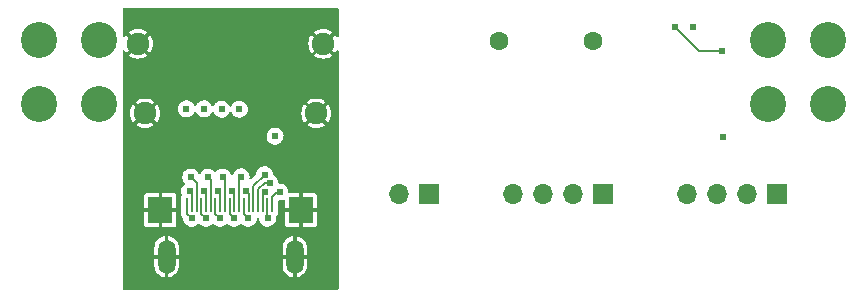
<source format=gbr>
%TF.GenerationSoftware,KiCad,Pcbnew,(6.0.2)*%
%TF.CreationDate,2022-03-04T15:26:31-05:00*%
%TF.ProjectId,Amiga500 Mod PCB Rev A,416d6967-6135-4303-9020-4d6f64205043,rev?*%
%TF.SameCoordinates,Original*%
%TF.FileFunction,Copper,L4,Bot*%
%TF.FilePolarity,Positive*%
%FSLAX46Y46*%
G04 Gerber Fmt 4.6, Leading zero omitted, Abs format (unit mm)*
G04 Created by KiCad (PCBNEW (6.0.2)) date 2022-03-04 15:26:31*
%MOMM*%
%LPD*%
G01*
G04 APERTURE LIST*
%TA.AperFunction,ComponentPad*%
%ADD10C,1.600000*%
%TD*%
%TA.AperFunction,ComponentPad*%
%ADD11C,1.900000*%
%TD*%
%TA.AperFunction,ComponentPad*%
%ADD12C,3.048000*%
%TD*%
%TA.AperFunction,ComponentPad*%
%ADD13R,1.700000X1.700000*%
%TD*%
%TA.AperFunction,ComponentPad*%
%ADD14O,1.700000X1.700000*%
%TD*%
%TA.AperFunction,SMDPad,CuDef*%
%ADD15R,0.220000X1.250000*%
%TD*%
%TA.AperFunction,SMDPad,CuDef*%
%ADD16R,2.100000X2.300000*%
%TD*%
%TA.AperFunction,ComponentPad*%
%ADD17O,1.450000X2.900000*%
%TD*%
%TA.AperFunction,ViaPad*%
%ADD18C,0.609600*%
%TD*%
%TA.AperFunction,Conductor*%
%ADD19C,0.203200*%
%TD*%
%TA.AperFunction,Conductor*%
%ADD20C,0.200000*%
%TD*%
G04 APERTURE END LIST*
D10*
%TO.P,SW2,6*%
%TO.N,N/C*%
X106506000Y-59182000D03*
%TO.P,SW2,5*%
X114506000Y-59182000D03*
%TD*%
D11*
%TO.P,J1,S1,S1*%
%TO.N,GNDREF*%
X76570000Y-65335000D03*
%TO.P,J1,S2,S2*%
X75970000Y-59435000D03*
%TO.P,J1,S3,S3*%
X91670000Y-59435000D03*
%TO.P,J1,S4,S4*%
X91070000Y-65335000D03*
%TD*%
D12*
%TO.P,J7,1,Pin_1*%
%TO.N,unconnected-(J7-Pad1)*%
X134366000Y-59097700D03*
%TO.P,J7,2,Pin_2*%
%TO.N,unconnected-(J7-Pad2)*%
X129286000Y-59097700D03*
%TO.P,J7,3,Pin_3*%
%TO.N,unconnected-(J7-Pad3)*%
X129286000Y-64533300D03*
%TO.P,J7,4,Pin_4*%
%TO.N,unconnected-(J7-Pad4)*%
X134366000Y-64533300D03*
%TD*%
%TO.P,J6,1,Pin_1*%
%TO.N,unconnected-(J6-Pad1)*%
X72644000Y-59097700D03*
%TO.P,J6,2,Pin_2*%
%TO.N,unconnected-(J6-Pad2)*%
X67564000Y-59097700D03*
%TO.P,J6,3,Pin_3*%
%TO.N,unconnected-(J6-Pad3)*%
X67564000Y-64533300D03*
%TO.P,J6,4,Pin_4*%
%TO.N,unconnected-(J6-Pad4)*%
X72644000Y-64533300D03*
%TD*%
D13*
%TO.P,J3,1,Pin_1*%
%TO.N,Net-(J3-Pad1)*%
X100589004Y-72136000D03*
D14*
%TO.P,J3,2,Pin_2*%
%TO.N,Net-(J3-Pad2)*%
X98049000Y-72136000D03*
%TD*%
D13*
%TO.P,J5,1,Pin_1*%
%TO.N,Net-(J5-Pad1)*%
X130038000Y-72136000D03*
D14*
%TO.P,J5,2,Pin_2*%
%TO.N,Net-(J5-Pad2)*%
X127498000Y-72136000D03*
%TO.P,J5,3,Pin_3*%
%TO.N,Net-(J5-Pad3)*%
X124958000Y-72136000D03*
%TO.P,J5,4,Pin_4*%
%TO.N,Net-(J5-Pad4)*%
X122418000Y-72136000D03*
%TD*%
D13*
%TO.P,J4,1,Pin_1*%
%TO.N,Net-(J4-Pad1)*%
X115306000Y-72136000D03*
D14*
%TO.P,J4,2,Pin_2*%
%TO.N,Net-(J4-Pad2)*%
X112766000Y-72136000D03*
%TO.P,J4,3,Pin_3*%
%TO.N,Net-(J4-Pad3)*%
X110226000Y-72136000D03*
%TO.P,J4,4,Pin_4*%
%TO.N,Net-(J4-Pad4)*%
X107686000Y-72136000D03*
%TD*%
D15*
%TO.P,J2,1,1*%
%TO.N,/TMDS Data2 shield*%
X80135000Y-73095000D03*
%TO.P,J2,2,2*%
%TO.N,/TMDS_Data2+*%
X80535000Y-73095000D03*
%TO.P,J2,3,3*%
%TO.N,/TMDS_Data2-*%
X80935000Y-73095000D03*
%TO.P,J2,4,4*%
%TO.N,/TMDS Data1 shield*%
X81335000Y-73095000D03*
%TO.P,J2,5,5*%
%TO.N,/TMDS Data1+*%
X81735000Y-73095000D03*
%TO.P,J2,6,6*%
%TO.N,/TMDS Data1-*%
X82135000Y-73095000D03*
%TO.P,J2,7,7*%
%TO.N,/TMDS Data0 shield*%
X82535000Y-73095000D03*
%TO.P,J2,8,8*%
%TO.N,/TMDS Data0+*%
X82935000Y-73095000D03*
%TO.P,J2,9,9*%
%TO.N,/TMDS Data0-*%
X83335000Y-73095000D03*
%TO.P,J2,10,10*%
%TO.N,/TMDS Clock shield*%
X83735000Y-73095000D03*
%TO.P,J2,11,11*%
%TO.N,/TMDS Clock+*%
X84135000Y-73095000D03*
%TO.P,J2,12,12*%
%TO.N,/TMDS Clock-*%
X84535000Y-73095000D03*
%TO.P,J2,13,13*%
%TO.N,/CEC Ground*%
X84935000Y-73095000D03*
%TO.P,J2,14,14*%
%TO.N,/CEC*%
X85335000Y-73095000D03*
%TO.P,J2,15,15*%
%TO.N,/SCL*%
X85735000Y-73095000D03*
%TO.P,J2,16,16*%
%TO.N,/SDA*%
X86135000Y-73095000D03*
%TO.P,J2,17,17*%
%TO.N,/HEAC+*%
X86535000Y-73095000D03*
%TO.P,J2,18,18*%
%TO.N,/+5V Power*%
X86935000Y-73095000D03*
%TO.P,J2,19,19*%
%TO.N,/Plug Detect*%
X87335000Y-73095000D03*
D16*
%TO.P,J2,S1,SHIELD*%
%TO.N,GNDREF*%
X89770000Y-73520000D03*
%TO.P,J2,S2,SHIELD*%
X77870000Y-73520000D03*
D17*
%TO.P,J2,S3,SHIELD*%
X89245000Y-77470000D03*
%TO.P,J2,S4,SHIELD*%
X78395000Y-77470000D03*
%TD*%
D18*
%TO.N,Net-(J5-Pad4)*%
X125425200Y-60071000D03*
X121412000Y-58039000D03*
X125476000Y-67310000D03*
%TO.N,Net-(J5-Pad1)*%
X122936000Y-58039000D03*
%TO.N,/Plug Detect*%
X87986678Y-71984678D03*
%TO.N,/+5V Power*%
X86944200Y-74218800D03*
%TO.N,/HEAC+*%
X86741000Y-71983600D03*
%TO.N,/SDA*%
X87122000Y-71196200D03*
%TO.N,/SCL*%
X86690200Y-70510400D03*
%TO.N,/CEC*%
X85115400Y-71932800D03*
%TO.N,/CEC Ground*%
X85318600Y-74218800D03*
X87579189Y-67265782D03*
%TO.N,/TMDS Clock-*%
X84709000Y-70688200D03*
%TO.N,/TMDS Clock+*%
X83921600Y-71932800D03*
%TO.N,/TMDS Clock shield*%
X84124800Y-74218800D03*
X84556600Y-64973200D03*
%TO.N,/TMDS Data0-*%
X83134200Y-70713600D03*
%TO.N,/TMDS Data0+*%
X82727800Y-71932800D03*
%TO.N,/TMDS Data0 shield*%
X82931000Y-74218800D03*
X83058000Y-64973200D03*
%TO.N,/TMDS Data1-*%
X81915000Y-70739000D03*
%TO.N,/TMDS Data1+*%
X81534000Y-71932800D03*
%TO.N,/TMDS Data1 shield*%
X81737200Y-74218800D03*
X81559400Y-64947800D03*
%TO.N,/TMDS Data2 shield*%
X80518000Y-74218800D03*
X80060800Y-64947800D03*
%TO.N,/TMDS_Data2+*%
X80340200Y-71932800D03*
%TO.N,/TMDS_Data2-*%
X80441800Y-70713600D03*
%TD*%
D19*
%TO.N,/+5V Power*%
X86935000Y-74209600D02*
X86935000Y-73095000D01*
X86944200Y-74218800D02*
X86935000Y-74209600D01*
%TO.N,/CEC Ground*%
X84935000Y-73835200D02*
X84935000Y-73095000D01*
X85318600Y-74218800D02*
X84935000Y-73835200D01*
%TO.N,/TMDS Clock shield*%
X83735000Y-73829000D02*
X83735000Y-73095000D01*
X84124800Y-74218800D02*
X83735000Y-73829000D01*
%TO.N,/TMDS Data0 shield*%
X82535000Y-73822800D02*
X82535000Y-73095000D01*
X82931000Y-74218800D02*
X82535000Y-73822800D01*
%TO.N,/TMDS Data1 shield*%
X81335000Y-73816600D02*
X81335000Y-73095000D01*
X81737200Y-74218800D02*
X81335000Y-73816600D01*
%TO.N,/TMDS Data2 shield*%
X80135000Y-73835800D02*
X80135000Y-73095000D01*
X80518000Y-74218800D02*
X80135000Y-73835800D01*
%TO.N,Net-(J5-Pad4)*%
X125425200Y-60071000D02*
X123444000Y-60071000D01*
X123444000Y-60071000D02*
X121412000Y-58039000D01*
%TO.N,/Plug Detect*%
X87986678Y-71984678D02*
X87755922Y-71984678D01*
X87755922Y-71984678D02*
X87335000Y-72405600D01*
X87335000Y-72405600D02*
X87335000Y-73095000D01*
%TO.N,/SCL*%
X86690200Y-70510400D02*
X85735000Y-71465600D01*
X85735000Y-71465600D02*
X85735000Y-73095000D01*
%TO.N,/HEAC+*%
X86535000Y-72189600D02*
X86535000Y-73095000D01*
X86741000Y-71983600D02*
X86535000Y-72189600D01*
%TO.N,/SDA*%
X86135000Y-71749228D02*
X86135000Y-73095000D01*
X87122000Y-71196200D02*
X86688028Y-71196200D01*
X86688028Y-71196200D02*
X86135000Y-71749228D01*
%TO.N,/CEC*%
X85335000Y-72152400D02*
X85115400Y-71932800D01*
X85335000Y-73095000D02*
X85335000Y-72152400D01*
D20*
%TO.N,/TMDS Clock-*%
X84535000Y-70862200D02*
X84535000Y-73095000D01*
X84709000Y-70688200D02*
X84535000Y-70862200D01*
%TO.N,/TMDS Clock+*%
X84135000Y-72146200D02*
X83921600Y-71932800D01*
X84135000Y-73095000D02*
X84135000Y-72146200D01*
D19*
%TO.N,/TMDS_Data2+*%
X80340200Y-71932800D02*
X80535000Y-72127600D01*
X80535000Y-72127600D02*
X80535000Y-73095000D01*
%TO.N,/TMDS_Data2-*%
X80935000Y-71206800D02*
X80935000Y-73095000D01*
X80441800Y-70713600D02*
X80935000Y-71206800D01*
D20*
%TO.N,/TMDS Data1-*%
X81915000Y-70739000D02*
X82135000Y-70959000D01*
X82135000Y-70959000D02*
X82135000Y-73095000D01*
%TO.N,/TMDS Data0-*%
X83335000Y-70914400D02*
X83134200Y-70713600D01*
X83335000Y-73095000D02*
X83335000Y-70914400D01*
%TO.N,/TMDS Data0+*%
X82935000Y-72140000D02*
X82727800Y-71932800D01*
X82935000Y-73095000D02*
X82935000Y-72140000D01*
%TO.N,/TMDS Data1+*%
X81735000Y-72133800D02*
X81735000Y-73095000D01*
X81534000Y-71932800D02*
X81735000Y-72133800D01*
%TD*%
%TA.AperFunction,Conductor*%
%TO.N,GNDREF*%
G36*
X92922531Y-56407213D02*
G01*
X92959076Y-56457513D01*
X92964000Y-56488600D01*
X92964000Y-58787104D01*
X92944787Y-58846235D01*
X92894487Y-58882780D01*
X92832313Y-58882780D01*
X92782013Y-58846235D01*
X92772226Y-58829620D01*
X92762699Y-58809190D01*
X92758321Y-58801607D01*
X92668865Y-58673850D01*
X92658043Y-58665695D01*
X92657401Y-58665683D01*
X92650991Y-58669535D01*
X91896794Y-59423732D01*
X91890639Y-59435811D01*
X91891449Y-59440923D01*
X92648459Y-60197933D01*
X92660538Y-60204088D01*
X92661170Y-60203988D01*
X92666811Y-60199084D01*
X92758321Y-60068393D01*
X92762699Y-60060810D01*
X92772226Y-60040380D01*
X92814628Y-59994909D01*
X92875660Y-59983046D01*
X92932009Y-60009322D01*
X92962152Y-60063701D01*
X92964000Y-60082896D01*
X92964000Y-80163400D01*
X92944787Y-80222531D01*
X92894487Y-80259076D01*
X92863400Y-80264000D01*
X74776600Y-80264000D01*
X74717469Y-80244787D01*
X74680924Y-80194487D01*
X74676000Y-80163400D01*
X74676000Y-78243362D01*
X77365200Y-78243362D01*
X77365440Y-78248267D01*
X77379444Y-78391098D01*
X77381346Y-78400698D01*
X77436870Y-78584606D01*
X77440609Y-78593677D01*
X77530796Y-78763294D01*
X77536215Y-78771451D01*
X77657641Y-78920334D01*
X77664536Y-78927278D01*
X77812569Y-79049740D01*
X77820681Y-79055212D01*
X77989682Y-79146591D01*
X77998702Y-79150382D01*
X78182229Y-79207193D01*
X78191820Y-79209162D01*
X78226753Y-79212834D01*
X78240013Y-79210015D01*
X78241705Y-79208136D01*
X78242600Y-79203924D01*
X78242600Y-79199298D01*
X78547400Y-79199298D01*
X78551588Y-79212188D01*
X78553941Y-79213897D01*
X78557576Y-79214305D01*
X78583999Y-79211900D01*
X78593619Y-79210065D01*
X78777918Y-79155823D01*
X78786995Y-79152156D01*
X78957251Y-79063147D01*
X78965441Y-79057788D01*
X79115167Y-78937406D01*
X79122163Y-78930554D01*
X79245646Y-78783392D01*
X79251186Y-78775302D01*
X79343734Y-78606958D01*
X79347595Y-78597951D01*
X79405683Y-78414835D01*
X79407720Y-78405250D01*
X79424487Y-78255766D01*
X79424800Y-78250164D01*
X79424800Y-78243362D01*
X88215200Y-78243362D01*
X88215440Y-78248267D01*
X88229444Y-78391098D01*
X88231346Y-78400698D01*
X88286870Y-78584606D01*
X88290609Y-78593677D01*
X88380796Y-78763294D01*
X88386215Y-78771451D01*
X88507641Y-78920334D01*
X88514536Y-78927278D01*
X88662569Y-79049740D01*
X88670681Y-79055212D01*
X88839682Y-79146591D01*
X88848702Y-79150382D01*
X89032229Y-79207193D01*
X89041820Y-79209162D01*
X89076753Y-79212834D01*
X89090013Y-79210015D01*
X89091705Y-79208136D01*
X89092600Y-79203924D01*
X89092600Y-79199298D01*
X89397400Y-79199298D01*
X89401588Y-79212188D01*
X89403941Y-79213897D01*
X89407576Y-79214305D01*
X89433999Y-79211900D01*
X89443619Y-79210065D01*
X89627918Y-79155823D01*
X89636995Y-79152156D01*
X89807251Y-79063147D01*
X89815441Y-79057788D01*
X89965167Y-78937406D01*
X89972163Y-78930554D01*
X90095646Y-78783392D01*
X90101186Y-78775302D01*
X90193734Y-78606958D01*
X90197595Y-78597951D01*
X90255683Y-78414835D01*
X90257720Y-78405250D01*
X90274487Y-78255766D01*
X90274800Y-78250164D01*
X90274800Y-77638333D01*
X90270612Y-77625443D01*
X90266423Y-77622400D01*
X89413333Y-77622400D01*
X89400443Y-77626588D01*
X89397400Y-77630777D01*
X89397400Y-79199298D01*
X89092600Y-79199298D01*
X89092600Y-77638333D01*
X89088412Y-77625443D01*
X89084223Y-77622400D01*
X88231133Y-77622400D01*
X88218243Y-77626588D01*
X88215200Y-77630777D01*
X88215200Y-78243362D01*
X79424800Y-78243362D01*
X79424800Y-77638333D01*
X79420612Y-77625443D01*
X79416423Y-77622400D01*
X78563333Y-77622400D01*
X78550443Y-77626588D01*
X78547400Y-77630777D01*
X78547400Y-79199298D01*
X78242600Y-79199298D01*
X78242600Y-77638333D01*
X78238412Y-77625443D01*
X78234223Y-77622400D01*
X77381133Y-77622400D01*
X77368243Y-77626588D01*
X77365200Y-77630777D01*
X77365200Y-78243362D01*
X74676000Y-78243362D01*
X74676000Y-77301667D01*
X77365200Y-77301667D01*
X77369388Y-77314557D01*
X77373577Y-77317600D01*
X78226667Y-77317600D01*
X78239557Y-77313412D01*
X78242600Y-77309223D01*
X78242600Y-77301667D01*
X78547400Y-77301667D01*
X78551588Y-77314557D01*
X78555777Y-77317600D01*
X79408867Y-77317600D01*
X79421757Y-77313412D01*
X79424800Y-77309223D01*
X79424800Y-77301667D01*
X88215200Y-77301667D01*
X88219388Y-77314557D01*
X88223577Y-77317600D01*
X89076667Y-77317600D01*
X89089557Y-77313412D01*
X89092600Y-77309223D01*
X89092600Y-77301667D01*
X89397400Y-77301667D01*
X89401588Y-77314557D01*
X89405777Y-77317600D01*
X90258867Y-77317600D01*
X90271757Y-77313412D01*
X90274800Y-77309223D01*
X90274800Y-76696638D01*
X90274560Y-76691733D01*
X90260556Y-76548902D01*
X90258654Y-76539302D01*
X90203130Y-76355394D01*
X90199391Y-76346323D01*
X90109204Y-76176706D01*
X90103785Y-76168549D01*
X89982359Y-76019666D01*
X89975464Y-76012722D01*
X89827431Y-75890260D01*
X89819319Y-75884788D01*
X89650318Y-75793409D01*
X89641298Y-75789618D01*
X89457771Y-75732807D01*
X89448180Y-75730838D01*
X89413247Y-75727166D01*
X89399987Y-75729985D01*
X89398295Y-75731864D01*
X89397400Y-75736076D01*
X89397400Y-77301667D01*
X89092600Y-77301667D01*
X89092600Y-75740702D01*
X89088412Y-75727812D01*
X89086059Y-75726103D01*
X89082424Y-75725695D01*
X89056001Y-75728100D01*
X89046381Y-75729935D01*
X88862082Y-75784177D01*
X88853005Y-75787844D01*
X88682749Y-75876853D01*
X88674559Y-75882212D01*
X88524833Y-76002594D01*
X88517837Y-76009446D01*
X88394354Y-76156608D01*
X88388814Y-76164698D01*
X88296266Y-76333042D01*
X88292405Y-76342049D01*
X88234317Y-76525165D01*
X88232280Y-76534750D01*
X88215513Y-76684234D01*
X88215200Y-76689836D01*
X88215200Y-77301667D01*
X79424800Y-77301667D01*
X79424800Y-76696638D01*
X79424560Y-76691733D01*
X79410556Y-76548902D01*
X79408654Y-76539302D01*
X79353130Y-76355394D01*
X79349391Y-76346323D01*
X79259204Y-76176706D01*
X79253785Y-76168549D01*
X79132359Y-76019666D01*
X79125464Y-76012722D01*
X78977431Y-75890260D01*
X78969319Y-75884788D01*
X78800318Y-75793409D01*
X78791298Y-75789618D01*
X78607771Y-75732807D01*
X78598180Y-75730838D01*
X78563247Y-75727166D01*
X78549987Y-75729985D01*
X78548295Y-75731864D01*
X78547400Y-75736076D01*
X78547400Y-77301667D01*
X78242600Y-77301667D01*
X78242600Y-75740702D01*
X78238412Y-75727812D01*
X78236059Y-75726103D01*
X78232424Y-75725695D01*
X78206001Y-75728100D01*
X78196381Y-75729935D01*
X78012082Y-75784177D01*
X78003005Y-75787844D01*
X77832749Y-75876853D01*
X77824559Y-75882212D01*
X77674833Y-76002594D01*
X77667837Y-76009446D01*
X77544354Y-76156608D01*
X77538814Y-76164698D01*
X77446266Y-76333042D01*
X77442405Y-76342049D01*
X77384317Y-76525165D01*
X77382280Y-76534750D01*
X77365513Y-76684234D01*
X77365200Y-76689836D01*
X77365200Y-77301667D01*
X74676000Y-77301667D01*
X74676000Y-74712297D01*
X76515200Y-74712297D01*
X76515553Y-74718257D01*
X76517470Y-74734361D01*
X76521428Y-74748762D01*
X76560684Y-74837141D01*
X76571028Y-74852193D01*
X76638241Y-74919289D01*
X76653312Y-74929607D01*
X76741747Y-74968704D01*
X76756179Y-74972639D01*
X76771805Y-74974461D01*
X76777642Y-74974800D01*
X77701667Y-74974800D01*
X77714557Y-74970612D01*
X77717600Y-74966423D01*
X77717600Y-74958867D01*
X78022400Y-74958867D01*
X78026588Y-74971757D01*
X78030777Y-74974800D01*
X78962297Y-74974800D01*
X78968257Y-74974447D01*
X78984361Y-74972530D01*
X78998762Y-74968572D01*
X79087141Y-74929316D01*
X79102193Y-74918972D01*
X79169289Y-74851759D01*
X79179607Y-74836688D01*
X79218704Y-74748253D01*
X79222639Y-74733821D01*
X79224461Y-74718195D01*
X79224800Y-74712358D01*
X79224800Y-73752024D01*
X79618100Y-73752024D01*
X79622372Y-73778998D01*
X79622965Y-73794428D01*
X79622926Y-73794600D01*
X79623045Y-73796514D01*
X79626307Y-73849098D01*
X79626500Y-73855327D01*
X79626500Y-73872313D01*
X79627008Y-73875860D01*
X79627008Y-73875862D01*
X79628127Y-73883674D01*
X79628949Y-73891699D01*
X79631945Y-73939977D01*
X79634378Y-73946715D01*
X79634378Y-73946717D01*
X79635482Y-73949774D01*
X79640443Y-73969672D01*
X79641920Y-73979987D01*
X79644888Y-73986514D01*
X79661938Y-74024013D01*
X79664981Y-74031489D01*
X79681404Y-74076981D01*
X79685631Y-74082768D01*
X79685632Y-74082769D01*
X79687552Y-74085398D01*
X79697896Y-74103099D01*
X79699241Y-74106058D01*
X79699243Y-74106061D01*
X79702208Y-74112582D01*
X79706885Y-74118010D01*
X79733785Y-74149230D01*
X79738800Y-74155546D01*
X79747425Y-74167352D01*
X79759071Y-74178998D01*
X79764136Y-74184453D01*
X79782790Y-74206102D01*
X79806570Y-74260729D01*
X79819349Y-74376477D01*
X79820015Y-74382511D01*
X79822097Y-74388201D01*
X79822098Y-74388204D01*
X79825810Y-74398346D01*
X79879213Y-74544278D01*
X79975290Y-74687255D01*
X80102698Y-74803187D01*
X80254082Y-74885382D01*
X80259952Y-74886922D01*
X80414835Y-74927555D01*
X80414836Y-74927555D01*
X80420702Y-74929094D01*
X80504278Y-74930407D01*
X80586876Y-74931705D01*
X80586878Y-74931705D01*
X80592939Y-74931800D01*
X80598850Y-74930446D01*
X80598852Y-74930446D01*
X80754940Y-74894697D01*
X80754943Y-74894696D01*
X80760850Y-74893343D01*
X80914741Y-74815944D01*
X80919353Y-74812005D01*
X80919356Y-74812003D01*
X81041116Y-74708010D01*
X81045728Y-74704071D01*
X81049266Y-74699147D01*
X81053374Y-74694680D01*
X81055554Y-74696685D01*
X81096134Y-74666920D01*
X81158307Y-74666638D01*
X81195360Y-74688047D01*
X81317414Y-74799107D01*
X81321898Y-74803187D01*
X81473282Y-74885382D01*
X81479152Y-74886922D01*
X81634035Y-74927555D01*
X81634036Y-74927555D01*
X81639902Y-74929094D01*
X81723478Y-74930407D01*
X81806076Y-74931705D01*
X81806078Y-74931705D01*
X81812139Y-74931800D01*
X81818050Y-74930446D01*
X81818052Y-74930446D01*
X81974140Y-74894697D01*
X81974143Y-74894696D01*
X81980050Y-74893343D01*
X82133941Y-74815944D01*
X82138553Y-74812005D01*
X82138556Y-74812003D01*
X82213197Y-74748253D01*
X82264928Y-74704071D01*
X82265412Y-74704638D01*
X82315439Y-74676453D01*
X82377201Y-74683602D01*
X82403024Y-74700662D01*
X82511214Y-74799107D01*
X82515698Y-74803187D01*
X82667082Y-74885382D01*
X82672952Y-74886922D01*
X82827835Y-74927555D01*
X82827836Y-74927555D01*
X82833702Y-74929094D01*
X82917278Y-74930407D01*
X82999876Y-74931705D01*
X82999878Y-74931705D01*
X83005939Y-74931800D01*
X83011850Y-74930446D01*
X83011852Y-74930446D01*
X83167940Y-74894697D01*
X83167943Y-74894696D01*
X83173850Y-74893343D01*
X83327741Y-74815944D01*
X83332353Y-74812005D01*
X83332356Y-74812003D01*
X83406997Y-74748253D01*
X83458728Y-74704071D01*
X83459212Y-74704638D01*
X83509239Y-74676453D01*
X83571001Y-74683602D01*
X83596824Y-74700662D01*
X83705014Y-74799107D01*
X83709498Y-74803187D01*
X83860882Y-74885382D01*
X83866752Y-74886922D01*
X84021635Y-74927555D01*
X84021636Y-74927555D01*
X84027502Y-74929094D01*
X84111078Y-74930407D01*
X84193676Y-74931705D01*
X84193678Y-74931705D01*
X84199739Y-74931800D01*
X84205650Y-74930446D01*
X84205652Y-74930446D01*
X84361740Y-74894697D01*
X84361743Y-74894696D01*
X84367650Y-74893343D01*
X84521541Y-74815944D01*
X84526153Y-74812005D01*
X84526156Y-74812003D01*
X84600797Y-74748253D01*
X84652528Y-74704071D01*
X84653012Y-74704638D01*
X84703039Y-74676453D01*
X84764801Y-74683602D01*
X84790624Y-74700662D01*
X84898814Y-74799107D01*
X84903298Y-74803187D01*
X85054682Y-74885382D01*
X85060552Y-74886922D01*
X85215435Y-74927555D01*
X85215436Y-74927555D01*
X85221302Y-74929094D01*
X85304878Y-74930407D01*
X85387476Y-74931705D01*
X85387478Y-74931705D01*
X85393539Y-74931800D01*
X85399450Y-74930446D01*
X85399452Y-74930446D01*
X85555540Y-74894697D01*
X85555543Y-74894696D01*
X85561450Y-74893343D01*
X85715341Y-74815944D01*
X85719953Y-74812005D01*
X85719956Y-74812003D01*
X85841716Y-74708010D01*
X85846328Y-74704071D01*
X85946848Y-74564182D01*
X85954850Y-74544278D01*
X86008834Y-74409985D01*
X86011098Y-74404354D01*
X86032660Y-74252858D01*
X86060012Y-74197025D01*
X86114959Y-74167932D01*
X86176513Y-74176692D01*
X86221162Y-74219960D01*
X86232247Y-74255994D01*
X86246215Y-74382511D01*
X86305413Y-74544278D01*
X86401490Y-74687255D01*
X86528898Y-74803187D01*
X86680282Y-74885382D01*
X86686152Y-74886922D01*
X86841035Y-74927555D01*
X86841036Y-74927555D01*
X86846902Y-74929094D01*
X86930478Y-74930407D01*
X87013076Y-74931705D01*
X87013078Y-74931705D01*
X87019139Y-74931800D01*
X87025050Y-74930446D01*
X87025052Y-74930446D01*
X87181140Y-74894697D01*
X87181143Y-74894696D01*
X87187050Y-74893343D01*
X87340941Y-74815944D01*
X87345553Y-74812005D01*
X87345556Y-74812003D01*
X87462297Y-74712297D01*
X88415200Y-74712297D01*
X88415553Y-74718257D01*
X88417470Y-74734361D01*
X88421428Y-74748762D01*
X88460684Y-74837141D01*
X88471028Y-74852193D01*
X88538241Y-74919289D01*
X88553312Y-74929607D01*
X88641747Y-74968704D01*
X88656179Y-74972639D01*
X88671805Y-74974461D01*
X88677642Y-74974800D01*
X89601667Y-74974800D01*
X89614557Y-74970612D01*
X89617600Y-74966423D01*
X89617600Y-74958867D01*
X89922400Y-74958867D01*
X89926588Y-74971757D01*
X89930777Y-74974800D01*
X90862297Y-74974800D01*
X90868257Y-74974447D01*
X90884361Y-74972530D01*
X90898762Y-74968572D01*
X90987141Y-74929316D01*
X91002193Y-74918972D01*
X91069289Y-74851759D01*
X91079607Y-74836688D01*
X91118704Y-74748253D01*
X91122639Y-74733821D01*
X91124461Y-74718195D01*
X91124800Y-74712358D01*
X91124800Y-73688333D01*
X91120612Y-73675443D01*
X91116423Y-73672400D01*
X89938333Y-73672400D01*
X89925443Y-73676588D01*
X89922400Y-73680777D01*
X89922400Y-74958867D01*
X89617600Y-74958867D01*
X89617600Y-73688333D01*
X89613412Y-73675443D01*
X89609223Y-73672400D01*
X88431133Y-73672400D01*
X88418243Y-73676588D01*
X88415200Y-73680777D01*
X88415200Y-74712297D01*
X87462297Y-74712297D01*
X87467316Y-74708010D01*
X87471928Y-74704071D01*
X87572448Y-74564182D01*
X87580450Y-74544278D01*
X87634434Y-74409985D01*
X87636698Y-74404354D01*
X87660970Y-74233814D01*
X87661127Y-74218800D01*
X87656629Y-74181633D01*
X87651755Y-74141351D01*
X87663725Y-74080340D01*
X87687440Y-74053581D01*
X87687151Y-74053292D01*
X87778292Y-73962151D01*
X87784599Y-73949774D01*
X87833213Y-73854363D01*
X87836809Y-73847306D01*
X87851900Y-73752024D01*
X87851900Y-72796576D01*
X87871113Y-72737445D01*
X87921413Y-72700900D01*
X87954078Y-72695988D01*
X88021778Y-72697052D01*
X88055554Y-72697583D01*
X88055556Y-72697583D01*
X88061617Y-72697678D01*
X88067528Y-72696324D01*
X88067530Y-72696324D01*
X88223618Y-72660575D01*
X88223621Y-72660574D01*
X88229528Y-72659221D01*
X88269399Y-72639168D01*
X88330857Y-72629763D01*
X88386106Y-72658280D01*
X88414042Y-72713824D01*
X88415200Y-72729041D01*
X88415200Y-73351667D01*
X88419388Y-73364557D01*
X88423577Y-73367600D01*
X89601667Y-73367600D01*
X89614557Y-73363412D01*
X89617600Y-73359223D01*
X89617600Y-73351667D01*
X89922400Y-73351667D01*
X89926588Y-73364557D01*
X89930777Y-73367600D01*
X91108867Y-73367600D01*
X91121757Y-73363412D01*
X91124800Y-73359223D01*
X91124800Y-72327703D01*
X91124447Y-72321743D01*
X91122530Y-72305639D01*
X91118572Y-72291238D01*
X91079316Y-72202859D01*
X91068972Y-72187807D01*
X91001759Y-72120711D01*
X90986688Y-72110393D01*
X90898253Y-72071296D01*
X90883821Y-72067361D01*
X90868195Y-72065539D01*
X90862358Y-72065200D01*
X89938333Y-72065200D01*
X89925443Y-72069388D01*
X89922400Y-72073577D01*
X89922400Y-73351667D01*
X89617600Y-73351667D01*
X89617600Y-72081133D01*
X89613412Y-72068243D01*
X89609223Y-72065200D01*
X88802509Y-72065200D01*
X88743378Y-72045987D01*
X88706833Y-71995687D01*
X88702638Y-71976686D01*
X88683639Y-71819690D01*
X88683639Y-71819689D01*
X88682910Y-71813667D01*
X88658419Y-71748852D01*
X88624166Y-71658205D01*
X88624165Y-71658204D01*
X88622021Y-71652529D01*
X88524453Y-71510566D01*
X88395838Y-71395974D01*
X88243602Y-71315369D01*
X88076533Y-71273404D01*
X88070476Y-71273372D01*
X88070474Y-71273372D01*
X87936814Y-71272672D01*
X87877784Y-71253149D01*
X87841503Y-71202658D01*
X87837470Y-71184159D01*
X87818961Y-71031212D01*
X87818961Y-71031211D01*
X87818232Y-71025189D01*
X87769806Y-70897032D01*
X87759488Y-70869727D01*
X87759487Y-70869726D01*
X87757343Y-70864051D01*
X87659775Y-70722088D01*
X87531160Y-70607496D01*
X87525800Y-70604658D01*
X87525797Y-70604656D01*
X87457670Y-70568585D01*
X87414402Y-70523936D01*
X87404872Y-70491764D01*
X87387161Y-70345412D01*
X87387161Y-70345411D01*
X87386432Y-70339389D01*
X87364112Y-70280319D01*
X87327688Y-70183927D01*
X87327687Y-70183926D01*
X87325543Y-70178251D01*
X87227975Y-70036288D01*
X87099360Y-69921696D01*
X86947124Y-69841091D01*
X86780055Y-69799126D01*
X86773998Y-69799094D01*
X86773996Y-69799094D01*
X86689894Y-69798654D01*
X86607798Y-69798224D01*
X86601901Y-69799640D01*
X86601899Y-69799640D01*
X86446197Y-69837021D01*
X86440299Y-69838437D01*
X86434913Y-69841217D01*
X86434910Y-69841218D01*
X86292613Y-69914664D01*
X86287227Y-69917444D01*
X86282662Y-69921426D01*
X86282661Y-69921427D01*
X86170790Y-70019018D01*
X86157419Y-70030682D01*
X86129914Y-70069818D01*
X86061858Y-70166652D01*
X86061856Y-70166656D01*
X86058370Y-70171616D01*
X86056167Y-70177265D01*
X86056166Y-70177268D01*
X85998002Y-70326452D01*
X85995797Y-70332108D01*
X85978528Y-70463275D01*
X85976971Y-70475102D01*
X85948367Y-70533106D01*
X85580496Y-70900977D01*
X85525098Y-70929203D01*
X85463690Y-70919477D01*
X85419726Y-70875513D01*
X85409765Y-70815667D01*
X85425305Y-70706480D01*
X85425770Y-70703214D01*
X85425927Y-70688200D01*
X85411035Y-70565141D01*
X85405961Y-70523211D01*
X85405961Y-70523209D01*
X85405232Y-70517189D01*
X85400345Y-70504254D01*
X85346488Y-70361727D01*
X85346487Y-70361726D01*
X85344343Y-70356051D01*
X85246775Y-70214088D01*
X85118160Y-70099496D01*
X85008884Y-70041637D01*
X84971286Y-70021730D01*
X84965924Y-70018891D01*
X84798855Y-69976926D01*
X84792798Y-69976894D01*
X84792796Y-69976894D01*
X84708694Y-69976454D01*
X84626598Y-69976024D01*
X84620701Y-69977440D01*
X84620699Y-69977440D01*
X84517042Y-70002326D01*
X84459099Y-70016237D01*
X84453713Y-70019017D01*
X84453710Y-70019018D01*
X84350034Y-70072530D01*
X84306027Y-70095244D01*
X84301462Y-70099226D01*
X84301461Y-70099227D01*
X84210874Y-70178251D01*
X84176219Y-70208482D01*
X84140517Y-70259282D01*
X84080658Y-70344452D01*
X84080656Y-70344456D01*
X84077170Y-70349416D01*
X84074967Y-70355065D01*
X84074966Y-70355068D01*
X84026628Y-70479051D01*
X84014597Y-70509908D01*
X84014129Y-70513461D01*
X83981332Y-70565141D01*
X83923524Y-70588029D01*
X83863303Y-70572568D01*
X83823101Y-70523188D01*
X83771688Y-70387127D01*
X83771687Y-70387126D01*
X83769543Y-70381451D01*
X83671975Y-70239488D01*
X83543360Y-70124896D01*
X83391124Y-70044291D01*
X83224055Y-70002326D01*
X83217998Y-70002294D01*
X83217996Y-70002294D01*
X83133894Y-70001854D01*
X83051798Y-70001424D01*
X83045901Y-70002840D01*
X83045899Y-70002840D01*
X82942242Y-70027726D01*
X82884299Y-70041637D01*
X82878913Y-70044417D01*
X82878910Y-70044418D01*
X82736613Y-70117864D01*
X82731227Y-70120644D01*
X82726662Y-70124626D01*
X82726661Y-70124627D01*
X82618378Y-70219088D01*
X82601419Y-70233882D01*
X82597931Y-70238846D01*
X82595707Y-70242010D01*
X82545987Y-70279342D01*
X82483821Y-70280319D01*
X82446478Y-70259278D01*
X82429879Y-70244488D01*
X82324160Y-70150296D01*
X82262907Y-70117864D01*
X82177286Y-70072530D01*
X82171924Y-70069691D01*
X82004855Y-70027726D01*
X81998798Y-70027694D01*
X81998796Y-70027694D01*
X81914694Y-70027254D01*
X81832598Y-70026824D01*
X81826701Y-70028240D01*
X81826699Y-70028240D01*
X81670997Y-70065621D01*
X81665099Y-70067037D01*
X81659713Y-70069817D01*
X81659710Y-70069818D01*
X81517413Y-70143264D01*
X81512027Y-70146044D01*
X81507462Y-70150026D01*
X81507461Y-70150027D01*
X81399178Y-70244488D01*
X81382219Y-70259282D01*
X81335012Y-70326452D01*
X81286658Y-70395252D01*
X81286656Y-70395256D01*
X81283170Y-70400216D01*
X81280968Y-70405865D01*
X81280967Y-70405866D01*
X81277343Y-70415162D01*
X81237962Y-70463275D01*
X81177823Y-70479051D01*
X81119896Y-70456466D01*
X81089509Y-70414176D01*
X81079290Y-70387132D01*
X81079289Y-70387130D01*
X81077143Y-70381451D01*
X80979575Y-70239488D01*
X80850960Y-70124896D01*
X80698724Y-70044291D01*
X80531655Y-70002326D01*
X80525598Y-70002294D01*
X80525596Y-70002294D01*
X80441494Y-70001854D01*
X80359398Y-70001424D01*
X80353501Y-70002840D01*
X80353499Y-70002840D01*
X80249842Y-70027726D01*
X80191899Y-70041637D01*
X80186513Y-70044417D01*
X80186510Y-70044418D01*
X80044213Y-70117864D01*
X80038827Y-70120644D01*
X80034262Y-70124626D01*
X80034261Y-70124627D01*
X79925978Y-70219088D01*
X79909019Y-70233882D01*
X79893970Y-70255295D01*
X79813458Y-70369852D01*
X79813456Y-70369856D01*
X79809970Y-70374816D01*
X79807767Y-70380465D01*
X79807766Y-70380468D01*
X79756233Y-70512645D01*
X79747397Y-70535308D01*
X79724912Y-70706092D01*
X79725577Y-70712116D01*
X79725577Y-70712120D01*
X79726678Y-70722088D01*
X79743815Y-70877311D01*
X79756073Y-70910807D01*
X79795855Y-71019517D01*
X79803013Y-71039078D01*
X79899090Y-71182055D01*
X79903577Y-71186138D01*
X79903578Y-71186139D01*
X79922776Y-71203608D01*
X79953580Y-71257614D01*
X79946757Y-71319413D01*
X79921202Y-71353823D01*
X79868258Y-71400009D01*
X79807419Y-71453082D01*
X79769855Y-71506531D01*
X79711858Y-71589052D01*
X79711856Y-71589056D01*
X79708370Y-71594016D01*
X79645797Y-71754508D01*
X79623312Y-71925292D01*
X79623977Y-71931316D01*
X79623977Y-71931320D01*
X79628986Y-71976686D01*
X79642215Y-72096511D01*
X79675808Y-72188308D01*
X79678086Y-72250439D01*
X79670973Y-72268543D01*
X79633191Y-72342694D01*
X79618100Y-72437976D01*
X79618100Y-73752024D01*
X79224800Y-73752024D01*
X79224800Y-73688333D01*
X79220612Y-73675443D01*
X79216423Y-73672400D01*
X78038333Y-73672400D01*
X78025443Y-73676588D01*
X78022400Y-73680777D01*
X78022400Y-74958867D01*
X77717600Y-74958867D01*
X77717600Y-73688333D01*
X77713412Y-73675443D01*
X77709223Y-73672400D01*
X76531133Y-73672400D01*
X76518243Y-73676588D01*
X76515200Y-73680777D01*
X76515200Y-74712297D01*
X74676000Y-74712297D01*
X74676000Y-73351667D01*
X76515200Y-73351667D01*
X76519388Y-73364557D01*
X76523577Y-73367600D01*
X77701667Y-73367600D01*
X77714557Y-73363412D01*
X77717600Y-73359223D01*
X77717600Y-73351667D01*
X78022400Y-73351667D01*
X78026588Y-73364557D01*
X78030777Y-73367600D01*
X79208867Y-73367600D01*
X79221757Y-73363412D01*
X79224800Y-73359223D01*
X79224800Y-72327703D01*
X79224447Y-72321743D01*
X79222530Y-72305639D01*
X79218572Y-72291238D01*
X79179316Y-72202859D01*
X79168972Y-72187807D01*
X79101759Y-72120711D01*
X79086688Y-72110393D01*
X78998253Y-72071296D01*
X78983821Y-72067361D01*
X78968195Y-72065539D01*
X78962358Y-72065200D01*
X78038333Y-72065200D01*
X78025443Y-72069388D01*
X78022400Y-72073577D01*
X78022400Y-73351667D01*
X77717600Y-73351667D01*
X77717600Y-72081133D01*
X77713412Y-72068243D01*
X77709223Y-72065200D01*
X76777703Y-72065200D01*
X76771743Y-72065553D01*
X76755639Y-72067470D01*
X76741238Y-72071428D01*
X76652859Y-72110684D01*
X76637807Y-72121028D01*
X76570711Y-72188241D01*
X76560393Y-72203312D01*
X76521296Y-72291747D01*
X76517361Y-72306179D01*
X76515539Y-72321805D01*
X76515200Y-72327642D01*
X76515200Y-73351667D01*
X74676000Y-73351667D01*
X74676000Y-67258274D01*
X86862301Y-67258274D01*
X86862966Y-67264298D01*
X86862966Y-67264302D01*
X86864424Y-67277504D01*
X86881204Y-67429493D01*
X86940402Y-67591260D01*
X87036479Y-67734237D01*
X87163887Y-67850169D01*
X87315271Y-67932364D01*
X87321141Y-67933904D01*
X87476024Y-67974537D01*
X87476025Y-67974537D01*
X87481891Y-67976076D01*
X87565467Y-67977389D01*
X87648065Y-67978687D01*
X87648067Y-67978687D01*
X87654128Y-67978782D01*
X87660039Y-67977428D01*
X87660041Y-67977428D01*
X87816129Y-67941679D01*
X87816132Y-67941678D01*
X87822039Y-67940325D01*
X87975930Y-67862926D01*
X87980542Y-67858987D01*
X87980545Y-67858985D01*
X88102305Y-67754992D01*
X88106917Y-67751053D01*
X88207437Y-67611164D01*
X88215439Y-67591260D01*
X88269423Y-67456967D01*
X88271687Y-67451336D01*
X88295959Y-67280796D01*
X88296116Y-67265782D01*
X88275421Y-67094771D01*
X88214532Y-66933633D01*
X88116964Y-66791670D01*
X87988349Y-66677078D01*
X87836113Y-66596473D01*
X87669044Y-66554508D01*
X87662987Y-66554476D01*
X87662985Y-66554476D01*
X87578883Y-66554036D01*
X87496787Y-66553606D01*
X87490890Y-66555022D01*
X87490888Y-66555022D01*
X87335186Y-66592403D01*
X87329288Y-66593819D01*
X87323902Y-66596599D01*
X87323899Y-66596600D01*
X87181602Y-66670046D01*
X87176216Y-66672826D01*
X87046408Y-66786064D01*
X86996883Y-66856531D01*
X86950847Y-66922034D01*
X86950845Y-66922038D01*
X86947359Y-66926998D01*
X86884786Y-67087490D01*
X86862301Y-67258274D01*
X74676000Y-67258274D01*
X74676000Y-66325538D01*
X75800912Y-66325538D01*
X75801012Y-66326170D01*
X75805917Y-66331811D01*
X75936606Y-66423321D01*
X75944184Y-66427696D01*
X76135214Y-66516774D01*
X76143439Y-66519767D01*
X76347026Y-66574319D01*
X76355655Y-66575840D01*
X76565622Y-66594210D01*
X76574378Y-66594210D01*
X76784345Y-66575840D01*
X76792974Y-66574319D01*
X76996561Y-66519767D01*
X77004786Y-66516774D01*
X77195816Y-66427696D01*
X77203394Y-66423321D01*
X77331150Y-66333865D01*
X77337425Y-66325538D01*
X90300912Y-66325538D01*
X90301012Y-66326170D01*
X90305917Y-66331811D01*
X90436606Y-66423321D01*
X90444184Y-66427696D01*
X90635214Y-66516774D01*
X90643439Y-66519767D01*
X90847026Y-66574319D01*
X90855655Y-66575840D01*
X91065622Y-66594210D01*
X91074378Y-66594210D01*
X91284345Y-66575840D01*
X91292974Y-66574319D01*
X91496561Y-66519767D01*
X91504786Y-66516774D01*
X91695816Y-66427696D01*
X91703394Y-66423321D01*
X91831150Y-66333865D01*
X91839305Y-66323043D01*
X91839317Y-66322400D01*
X91835467Y-66315993D01*
X91081268Y-65561794D01*
X91069189Y-65555639D01*
X91064077Y-65556449D01*
X90307067Y-66313459D01*
X90300912Y-66325538D01*
X77337425Y-66325538D01*
X77339305Y-66323043D01*
X77339317Y-66322400D01*
X77335467Y-66315993D01*
X76581268Y-65561794D01*
X76569189Y-65555639D01*
X76564077Y-65556449D01*
X75807067Y-66313459D01*
X75800912Y-66325538D01*
X74676000Y-66325538D01*
X74676000Y-65339378D01*
X75310790Y-65339378D01*
X75329160Y-65549345D01*
X75330681Y-65557974D01*
X75385233Y-65761561D01*
X75388226Y-65769786D01*
X75477304Y-65960815D01*
X75481679Y-65968393D01*
X75571135Y-66096150D01*
X75581957Y-66104305D01*
X75582599Y-66104317D01*
X75589009Y-66100465D01*
X76343206Y-65346268D01*
X76348534Y-65335811D01*
X76790639Y-65335811D01*
X76791449Y-65340923D01*
X77548459Y-66097933D01*
X77560538Y-66104088D01*
X77561170Y-66103988D01*
X77566811Y-66099084D01*
X77658321Y-65968393D01*
X77662696Y-65960815D01*
X77751774Y-65769786D01*
X77754767Y-65761561D01*
X77809319Y-65557974D01*
X77810840Y-65549345D01*
X77829210Y-65339378D01*
X77829210Y-65330622D01*
X77810840Y-65120655D01*
X77809319Y-65112026D01*
X77763302Y-64940292D01*
X79343912Y-64940292D01*
X79344577Y-64946316D01*
X79344577Y-64946320D01*
X79349563Y-64991480D01*
X79362815Y-65111511D01*
X79364901Y-65117211D01*
X79414837Y-65253668D01*
X79422013Y-65273278D01*
X79425399Y-65278316D01*
X79425399Y-65278317D01*
X79466431Y-65339378D01*
X79518090Y-65416255D01*
X79645498Y-65532187D01*
X79796882Y-65614382D01*
X79802752Y-65615922D01*
X79957635Y-65656555D01*
X79957636Y-65656555D01*
X79963502Y-65658094D01*
X80047078Y-65659407D01*
X80129676Y-65660705D01*
X80129678Y-65660705D01*
X80135739Y-65660800D01*
X80141650Y-65659446D01*
X80141652Y-65659446D01*
X80297740Y-65623697D01*
X80297743Y-65623696D01*
X80303650Y-65622343D01*
X80457541Y-65544944D01*
X80462153Y-65541005D01*
X80462156Y-65541003D01*
X80583916Y-65437010D01*
X80588528Y-65433071D01*
X80689048Y-65293182D01*
X80697050Y-65273278D01*
X80716329Y-65225318D01*
X80756210Y-65177620D01*
X80816511Y-65162473D01*
X80874199Y-65185663D01*
X80904142Y-65228267D01*
X80920613Y-65273278D01*
X80923999Y-65278316D01*
X80923999Y-65278317D01*
X80965031Y-65339378D01*
X81016690Y-65416255D01*
X81144098Y-65532187D01*
X81295482Y-65614382D01*
X81301352Y-65615922D01*
X81456235Y-65656555D01*
X81456236Y-65656555D01*
X81462102Y-65658094D01*
X81545678Y-65659407D01*
X81628276Y-65660705D01*
X81628278Y-65660705D01*
X81634339Y-65660800D01*
X81640250Y-65659446D01*
X81640252Y-65659446D01*
X81796340Y-65623697D01*
X81796343Y-65623696D01*
X81802250Y-65622343D01*
X81956141Y-65544944D01*
X81960753Y-65541005D01*
X81960756Y-65541003D01*
X82082516Y-65437010D01*
X82087128Y-65433071D01*
X82187648Y-65293182D01*
X82210064Y-65237419D01*
X82249944Y-65189724D01*
X82310245Y-65174577D01*
X82367932Y-65197767D01*
X82397876Y-65240372D01*
X82419213Y-65298678D01*
X82422599Y-65303716D01*
X82422599Y-65303717D01*
X82500966Y-65420338D01*
X82515290Y-65441655D01*
X82642698Y-65557587D01*
X82794082Y-65639782D01*
X82799952Y-65641322D01*
X82954835Y-65681955D01*
X82954836Y-65681955D01*
X82960702Y-65683494D01*
X83044278Y-65684807D01*
X83126876Y-65686105D01*
X83126878Y-65686105D01*
X83132939Y-65686200D01*
X83138850Y-65684846D01*
X83138852Y-65684846D01*
X83294940Y-65649097D01*
X83294943Y-65649096D01*
X83300850Y-65647743D01*
X83454741Y-65570344D01*
X83459353Y-65566405D01*
X83459356Y-65566403D01*
X83581116Y-65462410D01*
X83585728Y-65458471D01*
X83686248Y-65318582D01*
X83694250Y-65298678D01*
X83713529Y-65250718D01*
X83753410Y-65203020D01*
X83813711Y-65187873D01*
X83871399Y-65211063D01*
X83901342Y-65253668D01*
X83913744Y-65287558D01*
X83917813Y-65298678D01*
X83921199Y-65303716D01*
X83921199Y-65303717D01*
X83999566Y-65420338D01*
X84013890Y-65441655D01*
X84141298Y-65557587D01*
X84292682Y-65639782D01*
X84298552Y-65641322D01*
X84453435Y-65681955D01*
X84453436Y-65681955D01*
X84459302Y-65683494D01*
X84542878Y-65684807D01*
X84625476Y-65686105D01*
X84625478Y-65686105D01*
X84631539Y-65686200D01*
X84637450Y-65684846D01*
X84637452Y-65684846D01*
X84793540Y-65649097D01*
X84793543Y-65649096D01*
X84799450Y-65647743D01*
X84953341Y-65570344D01*
X84957953Y-65566405D01*
X84957956Y-65566403D01*
X85079716Y-65462410D01*
X85084328Y-65458471D01*
X85169905Y-65339378D01*
X89810790Y-65339378D01*
X89829160Y-65549345D01*
X89830681Y-65557974D01*
X89885233Y-65761561D01*
X89888226Y-65769786D01*
X89977304Y-65960815D01*
X89981679Y-65968393D01*
X90071135Y-66096150D01*
X90081957Y-66104305D01*
X90082599Y-66104317D01*
X90089009Y-66100465D01*
X90843206Y-65346268D01*
X90848534Y-65335811D01*
X91290639Y-65335811D01*
X91291449Y-65340923D01*
X92048459Y-66097933D01*
X92060538Y-66104088D01*
X92061170Y-66103988D01*
X92066811Y-66099084D01*
X92158321Y-65968393D01*
X92162696Y-65960815D01*
X92251774Y-65769786D01*
X92254767Y-65761561D01*
X92309319Y-65557974D01*
X92310840Y-65549345D01*
X92329210Y-65339378D01*
X92329210Y-65330622D01*
X92310840Y-65120655D01*
X92309319Y-65112026D01*
X92254767Y-64908439D01*
X92251774Y-64900214D01*
X92162696Y-64709185D01*
X92158321Y-64701607D01*
X92068865Y-64573850D01*
X92058043Y-64565695D01*
X92057401Y-64565683D01*
X92050991Y-64569535D01*
X91296794Y-65323732D01*
X91290639Y-65335811D01*
X90848534Y-65335811D01*
X90849361Y-65334189D01*
X90848551Y-65329077D01*
X90091541Y-64572067D01*
X90079462Y-64565912D01*
X90078830Y-64566012D01*
X90073189Y-64570916D01*
X89981679Y-64701607D01*
X89977304Y-64709185D01*
X89888226Y-64900214D01*
X89885233Y-64908439D01*
X89830681Y-65112026D01*
X89829160Y-65120655D01*
X89810790Y-65330622D01*
X89810790Y-65339378D01*
X85169905Y-65339378D01*
X85184848Y-65318582D01*
X85192850Y-65298678D01*
X85237392Y-65187873D01*
X85249098Y-65158754D01*
X85273370Y-64988214D01*
X85273527Y-64973200D01*
X85252832Y-64802189D01*
X85242758Y-64775527D01*
X85194088Y-64646727D01*
X85194087Y-64646726D01*
X85191943Y-64641051D01*
X85094375Y-64499088D01*
X84965760Y-64384496D01*
X84896074Y-64347599D01*
X90300683Y-64347599D01*
X90304535Y-64354009D01*
X91058732Y-65108206D01*
X91070811Y-65114361D01*
X91075923Y-65113551D01*
X91832933Y-64356541D01*
X91839088Y-64344462D01*
X91838988Y-64343830D01*
X91834083Y-64338189D01*
X91703394Y-64246679D01*
X91695816Y-64242304D01*
X91504786Y-64153226D01*
X91496561Y-64150233D01*
X91292974Y-64095681D01*
X91284345Y-64094160D01*
X91074378Y-64075790D01*
X91065622Y-64075790D01*
X90855655Y-64094160D01*
X90847026Y-64095681D01*
X90643439Y-64150233D01*
X90635214Y-64153226D01*
X90444185Y-64242304D01*
X90436607Y-64246679D01*
X90308850Y-64336135D01*
X90300695Y-64346957D01*
X90300683Y-64347599D01*
X84896074Y-64347599D01*
X84890149Y-64344462D01*
X84818886Y-64306730D01*
X84813524Y-64303891D01*
X84646455Y-64261926D01*
X84640398Y-64261894D01*
X84640396Y-64261894D01*
X84556294Y-64261454D01*
X84474198Y-64261024D01*
X84468301Y-64262440D01*
X84468299Y-64262440D01*
X84312597Y-64299821D01*
X84306699Y-64301237D01*
X84301313Y-64304017D01*
X84301310Y-64304018D01*
X84159013Y-64377464D01*
X84153627Y-64380244D01*
X84149062Y-64384226D01*
X84149061Y-64384227D01*
X84040778Y-64478688D01*
X84023819Y-64493482D01*
X83974295Y-64563949D01*
X83928258Y-64629452D01*
X83928256Y-64629456D01*
X83924770Y-64634416D01*
X83922566Y-64640070D01*
X83922565Y-64640071D01*
X83901171Y-64694945D01*
X83861792Y-64743058D01*
X83801653Y-64758836D01*
X83743726Y-64736252D01*
X83713337Y-64693963D01*
X83695488Y-64646727D01*
X83695487Y-64646726D01*
X83693343Y-64641051D01*
X83595775Y-64499088D01*
X83467160Y-64384496D01*
X83391549Y-64344462D01*
X83320286Y-64306730D01*
X83314924Y-64303891D01*
X83147855Y-64261926D01*
X83141798Y-64261894D01*
X83141796Y-64261894D01*
X83057694Y-64261454D01*
X82975598Y-64261024D01*
X82969701Y-64262440D01*
X82969699Y-64262440D01*
X82813997Y-64299821D01*
X82808099Y-64301237D01*
X82802713Y-64304017D01*
X82802710Y-64304018D01*
X82660413Y-64377464D01*
X82655027Y-64380244D01*
X82650462Y-64384226D01*
X82650461Y-64384227D01*
X82542178Y-64478688D01*
X82525219Y-64493482D01*
X82475695Y-64563949D01*
X82429658Y-64629452D01*
X82429656Y-64629456D01*
X82426170Y-64634416D01*
X82423967Y-64640065D01*
X82423966Y-64640068D01*
X82407445Y-64682444D01*
X82368066Y-64730557D01*
X82307927Y-64746334D01*
X82249999Y-64723750D01*
X82219612Y-64681461D01*
X82196892Y-64621334D01*
X82196886Y-64621323D01*
X82194743Y-64615651D01*
X82097175Y-64473688D01*
X81968560Y-64359096D01*
X81946846Y-64347599D01*
X81821686Y-64281330D01*
X81816324Y-64278491D01*
X81649255Y-64236526D01*
X81643198Y-64236494D01*
X81643196Y-64236494D01*
X81559094Y-64236054D01*
X81476998Y-64235624D01*
X81471101Y-64237040D01*
X81471099Y-64237040D01*
X81367442Y-64261926D01*
X81309499Y-64275837D01*
X81304113Y-64278617D01*
X81304110Y-64278618D01*
X81170464Y-64347599D01*
X81156427Y-64354844D01*
X81151862Y-64358826D01*
X81151861Y-64358827D01*
X81117811Y-64388531D01*
X81026619Y-64468082D01*
X81011570Y-64489495D01*
X80931058Y-64604052D01*
X80931056Y-64604056D01*
X80927570Y-64609016D01*
X80925366Y-64614670D01*
X80925365Y-64614671D01*
X80903971Y-64669545D01*
X80864592Y-64717658D01*
X80804453Y-64733436D01*
X80746526Y-64710852D01*
X80716137Y-64668563D01*
X80698288Y-64621327D01*
X80698287Y-64621326D01*
X80696143Y-64615651D01*
X80598575Y-64473688D01*
X80469960Y-64359096D01*
X80448246Y-64347599D01*
X80323086Y-64281330D01*
X80317724Y-64278491D01*
X80150655Y-64236526D01*
X80144598Y-64236494D01*
X80144596Y-64236494D01*
X80060494Y-64236054D01*
X79978398Y-64235624D01*
X79972501Y-64237040D01*
X79972499Y-64237040D01*
X79868842Y-64261926D01*
X79810899Y-64275837D01*
X79805513Y-64278617D01*
X79805510Y-64278618D01*
X79671864Y-64347599D01*
X79657827Y-64354844D01*
X79653262Y-64358826D01*
X79653261Y-64358827D01*
X79619211Y-64388531D01*
X79528019Y-64468082D01*
X79512970Y-64489495D01*
X79432458Y-64604052D01*
X79432456Y-64604056D01*
X79428970Y-64609016D01*
X79426767Y-64614665D01*
X79426766Y-64614668D01*
X79395468Y-64694945D01*
X79366397Y-64769508D01*
X79343912Y-64940292D01*
X77763302Y-64940292D01*
X77754767Y-64908439D01*
X77751774Y-64900214D01*
X77662696Y-64709185D01*
X77658321Y-64701607D01*
X77568865Y-64573850D01*
X77558043Y-64565695D01*
X77557401Y-64565683D01*
X77550991Y-64569535D01*
X76796794Y-65323732D01*
X76790639Y-65335811D01*
X76348534Y-65335811D01*
X76349361Y-65334189D01*
X76348551Y-65329077D01*
X75591541Y-64572067D01*
X75579462Y-64565912D01*
X75578830Y-64566012D01*
X75573189Y-64570916D01*
X75481679Y-64701607D01*
X75477304Y-64709185D01*
X75388226Y-64900214D01*
X75385233Y-64908439D01*
X75330681Y-65112026D01*
X75329160Y-65120655D01*
X75310790Y-65330622D01*
X75310790Y-65339378D01*
X74676000Y-65339378D01*
X74676000Y-64347599D01*
X75800683Y-64347599D01*
X75804535Y-64354009D01*
X76558732Y-65108206D01*
X76570811Y-65114361D01*
X76575923Y-65113551D01*
X77332933Y-64356541D01*
X77339088Y-64344462D01*
X77338988Y-64343830D01*
X77334083Y-64338189D01*
X77203394Y-64246679D01*
X77195816Y-64242304D01*
X77004786Y-64153226D01*
X76996561Y-64150233D01*
X76792974Y-64095681D01*
X76784345Y-64094160D01*
X76574378Y-64075790D01*
X76565622Y-64075790D01*
X76355655Y-64094160D01*
X76347026Y-64095681D01*
X76143439Y-64150233D01*
X76135214Y-64153226D01*
X75944185Y-64242304D01*
X75936607Y-64246679D01*
X75808850Y-64336135D01*
X75800695Y-64346957D01*
X75800683Y-64347599D01*
X74676000Y-64347599D01*
X74676000Y-60425538D01*
X75200912Y-60425538D01*
X75201012Y-60426170D01*
X75205917Y-60431811D01*
X75336606Y-60523321D01*
X75344184Y-60527696D01*
X75535214Y-60616774D01*
X75543439Y-60619767D01*
X75747026Y-60674319D01*
X75755655Y-60675840D01*
X75965622Y-60694210D01*
X75974378Y-60694210D01*
X76184345Y-60675840D01*
X76192974Y-60674319D01*
X76396561Y-60619767D01*
X76404786Y-60616774D01*
X76595816Y-60527696D01*
X76603394Y-60523321D01*
X76731150Y-60433865D01*
X76737425Y-60425538D01*
X90900912Y-60425538D01*
X90901012Y-60426170D01*
X90905917Y-60431811D01*
X91036606Y-60523321D01*
X91044184Y-60527696D01*
X91235214Y-60616774D01*
X91243439Y-60619767D01*
X91447026Y-60674319D01*
X91455655Y-60675840D01*
X91665622Y-60694210D01*
X91674378Y-60694210D01*
X91884345Y-60675840D01*
X91892974Y-60674319D01*
X92096561Y-60619767D01*
X92104786Y-60616774D01*
X92295816Y-60527696D01*
X92303394Y-60523321D01*
X92431150Y-60433865D01*
X92439305Y-60423043D01*
X92439317Y-60422400D01*
X92435467Y-60415993D01*
X91681268Y-59661794D01*
X91669189Y-59655639D01*
X91664077Y-59656449D01*
X90907067Y-60413459D01*
X90900912Y-60425538D01*
X76737425Y-60425538D01*
X76739305Y-60423043D01*
X76739317Y-60422400D01*
X76735467Y-60415993D01*
X75981268Y-59661794D01*
X75969189Y-59655639D01*
X75964077Y-59656449D01*
X75207067Y-60413459D01*
X75200912Y-60425538D01*
X74676000Y-60425538D01*
X74676000Y-60082896D01*
X74695213Y-60023765D01*
X74745513Y-59987220D01*
X74807687Y-59987220D01*
X74857987Y-60023765D01*
X74867774Y-60040380D01*
X74877301Y-60060810D01*
X74881679Y-60068393D01*
X74971135Y-60196150D01*
X74981957Y-60204305D01*
X74982599Y-60204317D01*
X74989009Y-60200465D01*
X75743206Y-59446268D01*
X75748534Y-59435811D01*
X76190639Y-59435811D01*
X76191449Y-59440923D01*
X76948459Y-60197933D01*
X76960538Y-60204088D01*
X76961170Y-60203988D01*
X76966811Y-60199084D01*
X77058321Y-60068393D01*
X77062696Y-60060815D01*
X77151774Y-59869786D01*
X77154767Y-59861561D01*
X77209319Y-59657974D01*
X77210840Y-59649345D01*
X77229210Y-59439378D01*
X90410790Y-59439378D01*
X90429160Y-59649345D01*
X90430681Y-59657974D01*
X90485233Y-59861561D01*
X90488226Y-59869786D01*
X90577304Y-60060815D01*
X90581679Y-60068393D01*
X90671135Y-60196150D01*
X90681957Y-60204305D01*
X90682599Y-60204317D01*
X90689009Y-60200465D01*
X91443206Y-59446268D01*
X91449361Y-59434189D01*
X91448551Y-59429077D01*
X90691541Y-58672067D01*
X90679462Y-58665912D01*
X90678830Y-58666012D01*
X90673189Y-58670916D01*
X90581679Y-58801607D01*
X90577304Y-58809185D01*
X90488226Y-59000214D01*
X90485233Y-59008439D01*
X90430681Y-59212026D01*
X90429160Y-59220655D01*
X90410790Y-59430622D01*
X90410790Y-59439378D01*
X77229210Y-59439378D01*
X77229210Y-59430622D01*
X77210840Y-59220655D01*
X77209319Y-59212026D01*
X77154767Y-59008439D01*
X77151774Y-59000214D01*
X77062696Y-58809185D01*
X77058321Y-58801607D01*
X76968865Y-58673850D01*
X76958043Y-58665695D01*
X76957401Y-58665683D01*
X76950991Y-58669535D01*
X76196794Y-59423732D01*
X76190639Y-59435811D01*
X75748534Y-59435811D01*
X75749361Y-59434189D01*
X75748551Y-59429077D01*
X74991541Y-58672067D01*
X74979462Y-58665912D01*
X74978830Y-58666012D01*
X74973189Y-58670916D01*
X74881679Y-58801607D01*
X74877301Y-58809190D01*
X74867774Y-58829620D01*
X74825372Y-58875091D01*
X74764340Y-58886954D01*
X74707991Y-58860678D01*
X74677848Y-58806299D01*
X74676000Y-58787104D01*
X74676000Y-58447599D01*
X75200683Y-58447599D01*
X75204535Y-58454009D01*
X75958732Y-59208206D01*
X75970811Y-59214361D01*
X75975923Y-59213551D01*
X76732933Y-58456541D01*
X76737490Y-58447599D01*
X90900683Y-58447599D01*
X90904535Y-58454009D01*
X91658732Y-59208206D01*
X91670811Y-59214361D01*
X91675923Y-59213551D01*
X92432933Y-58456541D01*
X92439088Y-58444462D01*
X92438988Y-58443830D01*
X92434083Y-58438189D01*
X92303394Y-58346679D01*
X92295816Y-58342304D01*
X92104786Y-58253226D01*
X92096561Y-58250233D01*
X91892974Y-58195681D01*
X91884345Y-58194160D01*
X91674378Y-58175790D01*
X91665622Y-58175790D01*
X91455655Y-58194160D01*
X91447026Y-58195681D01*
X91243439Y-58250233D01*
X91235214Y-58253226D01*
X91044185Y-58342304D01*
X91036607Y-58346679D01*
X90908850Y-58436135D01*
X90900695Y-58446957D01*
X90900683Y-58447599D01*
X76737490Y-58447599D01*
X76739088Y-58444462D01*
X76738988Y-58443830D01*
X76734083Y-58438189D01*
X76603394Y-58346679D01*
X76595816Y-58342304D01*
X76404786Y-58253226D01*
X76396561Y-58250233D01*
X76192974Y-58195681D01*
X76184345Y-58194160D01*
X75974378Y-58175790D01*
X75965622Y-58175790D01*
X75755655Y-58194160D01*
X75747026Y-58195681D01*
X75543439Y-58250233D01*
X75535214Y-58253226D01*
X75344185Y-58342304D01*
X75336607Y-58346679D01*
X75208850Y-58436135D01*
X75200695Y-58446957D01*
X75200683Y-58447599D01*
X74676000Y-58447599D01*
X74676000Y-56488600D01*
X74695213Y-56429469D01*
X74745513Y-56392924D01*
X74776600Y-56388000D01*
X92863400Y-56388000D01*
X92922531Y-56407213D01*
G37*
%TD.AperFunction*%
%TD*%
M02*

</source>
